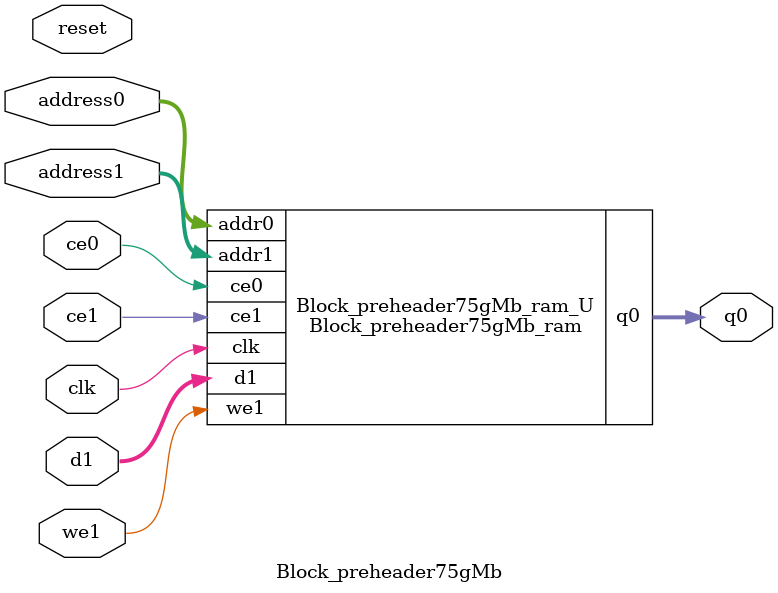
<source format=v>
`timescale 1 ns / 1 ps
module Block_preheader75gMb_ram (addr0, ce0, q0, addr1, ce1, d1, we1,  clk);

parameter DWIDTH = 4;
parameter AWIDTH = 5;
parameter MEM_SIZE = 22;

input[AWIDTH-1:0] addr0;
input ce0;
output reg[DWIDTH-1:0] q0;
input[AWIDTH-1:0] addr1;
input ce1;
input[DWIDTH-1:0] d1;
input we1;
input clk;

(* ram_style = "distributed" *)reg [DWIDTH-1:0] ram[0:MEM_SIZE-1];




always @(posedge clk)  
begin 
    if (ce0) begin
        q0 <= ram[addr0];
    end
end


always @(posedge clk)  
begin 
    if (ce1) begin
        if (we1) 
            ram[addr1] <= d1; 
    end
end


endmodule

`timescale 1 ns / 1 ps
module Block_preheader75gMb(
    reset,
    clk,
    address0,
    ce0,
    q0,
    address1,
    ce1,
    we1,
    d1);

parameter DataWidth = 32'd4;
parameter AddressRange = 32'd22;
parameter AddressWidth = 32'd5;
input reset;
input clk;
input[AddressWidth - 1:0] address0;
input ce0;
output[DataWidth - 1:0] q0;
input[AddressWidth - 1:0] address1;
input ce1;
input we1;
input[DataWidth - 1:0] d1;



Block_preheader75gMb_ram Block_preheader75gMb_ram_U(
    .clk( clk ),
    .addr0( address0 ),
    .ce0( ce0 ),
    .q0( q0 ),
    .addr1( address1 ),
    .ce1( ce1 ),
    .we1( we1 ),
    .d1( d1 ));

endmodule


</source>
